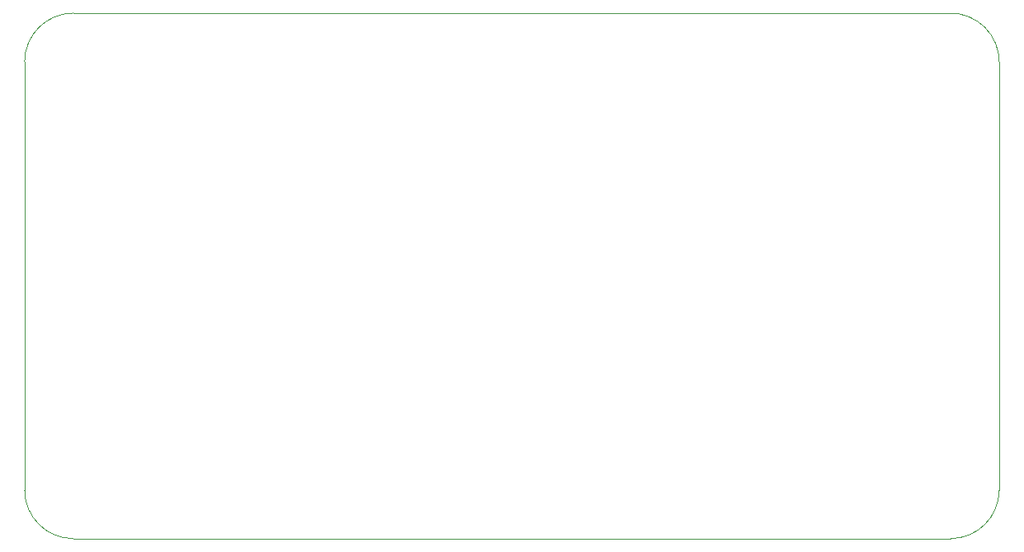
<source format=gbr>
%TF.GenerationSoftware,KiCad,Pcbnew,8.0.2*%
%TF.CreationDate,2024-05-31T22:22:53+03:00*%
%TF.ProjectId,mobrob,6d6f6272-6f62-42e6-9b69-6361645f7063,rev?*%
%TF.SameCoordinates,PX7bfa480PY6422c40*%
%TF.FileFunction,Profile,NP*%
%FSLAX46Y46*%
G04 Gerber Fmt 4.6, Leading zero omitted, Abs format (unit mm)*
G04 Created by KiCad (PCBNEW 8.0.2) date 2024-05-31 22:22:53*
%MOMM*%
%LPD*%
G01*
G04 APERTURE LIST*
%TA.AperFunction,Profile*%
%ADD10C,0.050000*%
%TD*%
G04 APERTURE END LIST*
D10*
X5000000Y0D02*
G75*
G02*
X0Y5000000I0J5000000D01*
G01*
X95000000Y0D02*
X5000000Y0D01*
X100000000Y5000000D02*
G75*
G02*
X95000000Y0I-5000000J0D01*
G01*
X95000000Y54000000D02*
G75*
G02*
X100000000Y49000000I0J-5000000D01*
G01*
X5000000Y54000000D02*
X95000000Y54000000D01*
X0Y5000000D02*
X0Y49000000D01*
X0Y49000000D02*
G75*
G02*
X5000000Y54000000I5000000J0D01*
G01*
X100000000Y49000000D02*
X100000000Y5000000D01*
M02*

</source>
